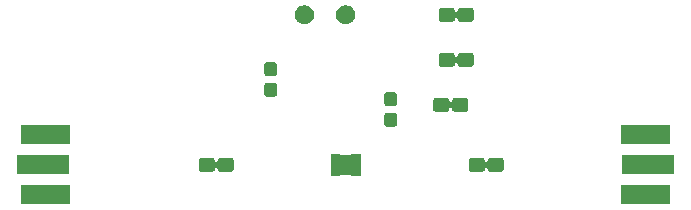
<source format=gbr>
G04 #@! TF.GenerationSoftware,KiCad,Pcbnew,5.1.2-f72e74a~84~ubuntu18.04.1*
G04 #@! TF.CreationDate,2019-07-08T14:46:27+02:00*
G04 #@! TF.ProjectId,lna_kicad,6c6e615f-6b69-4636-9164-2e6b69636164,rev?*
G04 #@! TF.SameCoordinates,Original*
G04 #@! TF.FileFunction,Soldermask,Top*
G04 #@! TF.FilePolarity,Negative*
%FSLAX46Y46*%
G04 Gerber Fmt 4.6, Leading zero omitted, Abs format (unit mm)*
G04 Created by KiCad (PCBNEW 5.1.2-f72e74a~84~ubuntu18.04.1) date 2019-07-08 14:46:27*
%MOMM*%
%LPD*%
G04 APERTURE LIST*
%ADD10C,0.100000*%
G04 APERTURE END LIST*
D10*
G36*
X162101000Y-120191000D02*
G01*
X157939000Y-120191000D01*
X157939000Y-118569000D01*
X162101000Y-118569000D01*
X162101000Y-120191000D01*
X162101000Y-120191000D01*
G37*
G36*
X111301000Y-120191000D02*
G01*
X107139000Y-120191000D01*
X107139000Y-118569000D01*
X111301000Y-118569000D01*
X111301000Y-120191000D01*
X111301000Y-120191000D01*
G37*
G36*
X134130515Y-115911836D02*
G01*
X134142066Y-115933447D01*
X134157611Y-115952389D01*
X134176553Y-115967934D01*
X134198164Y-115979485D01*
X134221613Y-115986598D01*
X134245999Y-115989000D01*
X134994001Y-115989000D01*
X135018387Y-115986598D01*
X135041836Y-115979485D01*
X135063447Y-115967934D01*
X135082389Y-115952389D01*
X135097934Y-115933447D01*
X135109485Y-115911836D01*
X135116412Y-115889000D01*
X135891000Y-115889000D01*
X135891000Y-117791000D01*
X135116412Y-117791000D01*
X135109485Y-117768164D01*
X135097934Y-117746553D01*
X135082389Y-117727611D01*
X135063447Y-117712066D01*
X135041836Y-117700515D01*
X135018387Y-117693402D01*
X134994001Y-117691000D01*
X134245999Y-117691000D01*
X134221613Y-117693402D01*
X134198164Y-117700515D01*
X134176553Y-117712066D01*
X134157611Y-117727611D01*
X134142066Y-117746553D01*
X134130515Y-117768164D01*
X134123588Y-117791000D01*
X133349000Y-117791000D01*
X133349000Y-115889000D01*
X134123588Y-115889000D01*
X134130515Y-115911836D01*
X134130515Y-115911836D01*
G37*
G36*
X162401000Y-117651000D02*
G01*
X157999000Y-117651000D01*
X157999000Y-116029000D01*
X162401000Y-116029000D01*
X162401000Y-117651000D01*
X162401000Y-117651000D01*
G37*
G36*
X111201000Y-117651000D02*
G01*
X106799000Y-117651000D01*
X106799000Y-116029000D01*
X111201000Y-116029000D01*
X111201000Y-117651000D01*
X111201000Y-117651000D01*
G37*
G36*
X123367811Y-116268605D02*
G01*
X123406867Y-116280453D01*
X123442862Y-116299693D01*
X123474414Y-116325586D01*
X123500307Y-116357138D01*
X123519547Y-116393133D01*
X123531395Y-116432189D01*
X123535603Y-116474918D01*
X123540383Y-116498951D01*
X123549761Y-116521590D01*
X123563374Y-116541964D01*
X123580701Y-116559291D01*
X123601076Y-116572905D01*
X123623715Y-116582283D01*
X123647748Y-116587063D01*
X123672252Y-116587063D01*
X123696285Y-116582283D01*
X123718924Y-116572905D01*
X123739298Y-116559292D01*
X123756625Y-116541965D01*
X123770239Y-116521590D01*
X123779617Y-116498951D01*
X123784397Y-116474918D01*
X123788605Y-116432189D01*
X123800453Y-116393133D01*
X123819693Y-116357138D01*
X123845586Y-116325586D01*
X123877138Y-116299693D01*
X123913133Y-116280453D01*
X123952189Y-116268605D01*
X123998949Y-116264000D01*
X124921051Y-116264000D01*
X124967811Y-116268605D01*
X125006867Y-116280453D01*
X125042862Y-116299693D01*
X125074414Y-116325586D01*
X125100307Y-116357138D01*
X125119547Y-116393133D01*
X125131395Y-116432189D01*
X125136000Y-116478949D01*
X125136000Y-117201051D01*
X125131395Y-117247811D01*
X125119547Y-117286867D01*
X125100307Y-117322862D01*
X125074414Y-117354414D01*
X125042862Y-117380307D01*
X125006867Y-117399547D01*
X124967811Y-117411395D01*
X124921051Y-117416000D01*
X123998949Y-117416000D01*
X123952189Y-117411395D01*
X123913133Y-117399547D01*
X123877138Y-117380307D01*
X123845586Y-117354414D01*
X123819693Y-117322862D01*
X123800453Y-117286867D01*
X123788605Y-117247811D01*
X123784397Y-117205082D01*
X123779617Y-117181049D01*
X123770239Y-117158410D01*
X123756626Y-117138036D01*
X123739299Y-117120709D01*
X123718924Y-117107095D01*
X123696285Y-117097717D01*
X123672252Y-117092937D01*
X123647748Y-117092937D01*
X123623715Y-117097717D01*
X123601076Y-117107095D01*
X123580702Y-117120708D01*
X123563375Y-117138035D01*
X123549761Y-117158410D01*
X123540383Y-117181049D01*
X123535603Y-117205082D01*
X123531395Y-117247811D01*
X123519547Y-117286867D01*
X123500307Y-117322862D01*
X123474414Y-117354414D01*
X123442862Y-117380307D01*
X123406867Y-117399547D01*
X123367811Y-117411395D01*
X123321051Y-117416000D01*
X122398949Y-117416000D01*
X122352189Y-117411395D01*
X122313133Y-117399547D01*
X122277138Y-117380307D01*
X122245586Y-117354414D01*
X122219693Y-117322862D01*
X122200453Y-117286867D01*
X122188605Y-117247811D01*
X122184000Y-117201051D01*
X122184000Y-116478949D01*
X122188605Y-116432189D01*
X122200453Y-116393133D01*
X122219693Y-116357138D01*
X122245586Y-116325586D01*
X122277138Y-116299693D01*
X122313133Y-116280453D01*
X122352189Y-116268605D01*
X122398949Y-116264000D01*
X123321051Y-116264000D01*
X123367811Y-116268605D01*
X123367811Y-116268605D01*
G37*
G36*
X146227811Y-116268605D02*
G01*
X146266867Y-116280453D01*
X146302862Y-116299693D01*
X146334414Y-116325586D01*
X146360307Y-116357138D01*
X146379547Y-116393133D01*
X146391395Y-116432189D01*
X146395603Y-116474918D01*
X146400383Y-116498951D01*
X146409761Y-116521590D01*
X146423374Y-116541964D01*
X146440701Y-116559291D01*
X146461076Y-116572905D01*
X146483715Y-116582283D01*
X146507748Y-116587063D01*
X146532252Y-116587063D01*
X146556285Y-116582283D01*
X146578924Y-116572905D01*
X146599298Y-116559292D01*
X146616625Y-116541965D01*
X146630239Y-116521590D01*
X146639617Y-116498951D01*
X146644397Y-116474918D01*
X146648605Y-116432189D01*
X146660453Y-116393133D01*
X146679693Y-116357138D01*
X146705586Y-116325586D01*
X146737138Y-116299693D01*
X146773133Y-116280453D01*
X146812189Y-116268605D01*
X146858949Y-116264000D01*
X147781051Y-116264000D01*
X147827811Y-116268605D01*
X147866867Y-116280453D01*
X147902862Y-116299693D01*
X147934414Y-116325586D01*
X147960307Y-116357138D01*
X147979547Y-116393133D01*
X147991395Y-116432189D01*
X147996000Y-116478949D01*
X147996000Y-117201051D01*
X147991395Y-117247811D01*
X147979547Y-117286867D01*
X147960307Y-117322862D01*
X147934414Y-117354414D01*
X147902862Y-117380307D01*
X147866867Y-117399547D01*
X147827811Y-117411395D01*
X147781051Y-117416000D01*
X146858949Y-117416000D01*
X146812189Y-117411395D01*
X146773133Y-117399547D01*
X146737138Y-117380307D01*
X146705586Y-117354414D01*
X146679693Y-117322862D01*
X146660453Y-117286867D01*
X146648605Y-117247811D01*
X146644397Y-117205082D01*
X146639617Y-117181049D01*
X146630239Y-117158410D01*
X146616626Y-117138036D01*
X146599299Y-117120709D01*
X146578924Y-117107095D01*
X146556285Y-117097717D01*
X146532252Y-117092937D01*
X146507748Y-117092937D01*
X146483715Y-117097717D01*
X146461076Y-117107095D01*
X146440702Y-117120708D01*
X146423375Y-117138035D01*
X146409761Y-117158410D01*
X146400383Y-117181049D01*
X146395603Y-117205082D01*
X146391395Y-117247811D01*
X146379547Y-117286867D01*
X146360307Y-117322862D01*
X146334414Y-117354414D01*
X146302862Y-117380307D01*
X146266867Y-117399547D01*
X146227811Y-117411395D01*
X146181051Y-117416000D01*
X145258949Y-117416000D01*
X145212189Y-117411395D01*
X145173133Y-117399547D01*
X145137138Y-117380307D01*
X145105586Y-117354414D01*
X145079693Y-117322862D01*
X145060453Y-117286867D01*
X145048605Y-117247811D01*
X145044000Y-117201051D01*
X145044000Y-116478949D01*
X145048605Y-116432189D01*
X145060453Y-116393133D01*
X145079693Y-116357138D01*
X145105586Y-116325586D01*
X145137138Y-116299693D01*
X145173133Y-116280453D01*
X145212189Y-116268605D01*
X145258949Y-116264000D01*
X146181051Y-116264000D01*
X146227811Y-116268605D01*
X146227811Y-116268605D01*
G37*
G36*
X162101000Y-115111000D02*
G01*
X157939000Y-115111000D01*
X157939000Y-113489000D01*
X162101000Y-113489000D01*
X162101000Y-115111000D01*
X162101000Y-115111000D01*
G37*
G36*
X111301000Y-115111000D02*
G01*
X107139000Y-115111000D01*
X107139000Y-113489000D01*
X111301000Y-113489000D01*
X111301000Y-115111000D01*
X111301000Y-115111000D01*
G37*
G36*
X138794499Y-112458445D02*
G01*
X138831995Y-112469820D01*
X138866554Y-112488292D01*
X138896847Y-112513153D01*
X138921708Y-112543446D01*
X138940180Y-112578005D01*
X138951555Y-112615501D01*
X138956000Y-112660638D01*
X138956000Y-113399362D01*
X138951555Y-113444499D01*
X138940180Y-113481995D01*
X138921708Y-113516554D01*
X138896847Y-113546847D01*
X138866554Y-113571708D01*
X138831995Y-113590180D01*
X138794499Y-113601555D01*
X138749362Y-113606000D01*
X138110638Y-113606000D01*
X138065501Y-113601555D01*
X138028005Y-113590180D01*
X137993446Y-113571708D01*
X137963153Y-113546847D01*
X137938292Y-113516554D01*
X137919820Y-113481995D01*
X137908445Y-113444499D01*
X137904000Y-113399362D01*
X137904000Y-112660638D01*
X137908445Y-112615501D01*
X137919820Y-112578005D01*
X137938292Y-112543446D01*
X137963153Y-112513153D01*
X137993446Y-112488292D01*
X138028005Y-112469820D01*
X138065501Y-112458445D01*
X138110638Y-112454000D01*
X138749362Y-112454000D01*
X138794499Y-112458445D01*
X138794499Y-112458445D01*
G37*
G36*
X143217811Y-111188605D02*
G01*
X143256867Y-111200453D01*
X143292862Y-111219693D01*
X143324414Y-111245586D01*
X143350307Y-111277138D01*
X143369547Y-111313133D01*
X143381395Y-111352189D01*
X143385603Y-111394918D01*
X143390383Y-111418951D01*
X143399761Y-111441590D01*
X143413374Y-111461964D01*
X143430701Y-111479291D01*
X143451076Y-111492905D01*
X143473715Y-111502283D01*
X143497748Y-111507063D01*
X143522252Y-111507063D01*
X143546285Y-111502283D01*
X143568924Y-111492905D01*
X143589298Y-111479292D01*
X143606625Y-111461965D01*
X143620239Y-111441590D01*
X143629617Y-111418951D01*
X143634397Y-111394918D01*
X143638605Y-111352189D01*
X143650453Y-111313133D01*
X143669693Y-111277138D01*
X143695586Y-111245586D01*
X143727138Y-111219693D01*
X143763133Y-111200453D01*
X143802189Y-111188605D01*
X143848949Y-111184000D01*
X144771051Y-111184000D01*
X144817811Y-111188605D01*
X144856867Y-111200453D01*
X144892862Y-111219693D01*
X144924414Y-111245586D01*
X144950307Y-111277138D01*
X144969547Y-111313133D01*
X144981395Y-111352189D01*
X144986000Y-111398949D01*
X144986000Y-112121051D01*
X144981395Y-112167811D01*
X144969547Y-112206867D01*
X144950307Y-112242862D01*
X144924414Y-112274414D01*
X144892862Y-112300307D01*
X144856867Y-112319547D01*
X144817811Y-112331395D01*
X144771051Y-112336000D01*
X143848949Y-112336000D01*
X143802189Y-112331395D01*
X143763133Y-112319547D01*
X143727138Y-112300307D01*
X143695586Y-112274414D01*
X143669693Y-112242862D01*
X143650453Y-112206867D01*
X143638605Y-112167811D01*
X143634397Y-112125082D01*
X143629617Y-112101049D01*
X143620239Y-112078410D01*
X143606626Y-112058036D01*
X143589299Y-112040709D01*
X143568924Y-112027095D01*
X143546285Y-112017717D01*
X143522252Y-112012937D01*
X143497748Y-112012937D01*
X143473715Y-112017717D01*
X143451076Y-112027095D01*
X143430702Y-112040708D01*
X143413375Y-112058035D01*
X143399761Y-112078410D01*
X143390383Y-112101049D01*
X143385603Y-112125082D01*
X143381395Y-112167811D01*
X143369547Y-112206867D01*
X143350307Y-112242862D01*
X143324414Y-112274414D01*
X143292862Y-112300307D01*
X143256867Y-112319547D01*
X143217811Y-112331395D01*
X143171051Y-112336000D01*
X142248949Y-112336000D01*
X142202189Y-112331395D01*
X142163133Y-112319547D01*
X142127138Y-112300307D01*
X142095586Y-112274414D01*
X142069693Y-112242862D01*
X142050453Y-112206867D01*
X142038605Y-112167811D01*
X142034000Y-112121051D01*
X142034000Y-111398949D01*
X142038605Y-111352189D01*
X142050453Y-111313133D01*
X142069693Y-111277138D01*
X142095586Y-111245586D01*
X142127138Y-111219693D01*
X142163133Y-111200453D01*
X142202189Y-111188605D01*
X142248949Y-111184000D01*
X143171051Y-111184000D01*
X143217811Y-111188605D01*
X143217811Y-111188605D01*
G37*
G36*
X138794499Y-110708445D02*
G01*
X138831995Y-110719820D01*
X138866554Y-110738292D01*
X138896847Y-110763153D01*
X138921708Y-110793446D01*
X138940180Y-110828005D01*
X138951555Y-110865501D01*
X138956000Y-110910638D01*
X138956000Y-111649362D01*
X138951555Y-111694499D01*
X138940180Y-111731995D01*
X138921708Y-111766554D01*
X138896847Y-111796847D01*
X138866554Y-111821708D01*
X138831995Y-111840180D01*
X138794499Y-111851555D01*
X138749362Y-111856000D01*
X138110638Y-111856000D01*
X138065501Y-111851555D01*
X138028005Y-111840180D01*
X137993446Y-111821708D01*
X137963153Y-111796847D01*
X137938292Y-111766554D01*
X137919820Y-111731995D01*
X137908445Y-111694499D01*
X137904000Y-111649362D01*
X137904000Y-110910638D01*
X137908445Y-110865501D01*
X137919820Y-110828005D01*
X137938292Y-110793446D01*
X137963153Y-110763153D01*
X137993446Y-110738292D01*
X138028005Y-110719820D01*
X138065501Y-110708445D01*
X138110638Y-110704000D01*
X138749362Y-110704000D01*
X138794499Y-110708445D01*
X138794499Y-110708445D01*
G37*
G36*
X128634499Y-109918445D02*
G01*
X128671995Y-109929820D01*
X128706554Y-109948292D01*
X128736847Y-109973153D01*
X128761708Y-110003446D01*
X128780180Y-110038005D01*
X128791555Y-110075501D01*
X128796000Y-110120638D01*
X128796000Y-110859362D01*
X128791555Y-110904499D01*
X128780180Y-110941995D01*
X128761708Y-110976554D01*
X128736847Y-111006847D01*
X128706554Y-111031708D01*
X128671995Y-111050180D01*
X128634499Y-111061555D01*
X128589362Y-111066000D01*
X127950638Y-111066000D01*
X127905501Y-111061555D01*
X127868005Y-111050180D01*
X127833446Y-111031708D01*
X127803153Y-111006847D01*
X127778292Y-110976554D01*
X127759820Y-110941995D01*
X127748445Y-110904499D01*
X127744000Y-110859362D01*
X127744000Y-110120638D01*
X127748445Y-110075501D01*
X127759820Y-110038005D01*
X127778292Y-110003446D01*
X127803153Y-109973153D01*
X127833446Y-109948292D01*
X127868005Y-109929820D01*
X127905501Y-109918445D01*
X127950638Y-109914000D01*
X128589362Y-109914000D01*
X128634499Y-109918445D01*
X128634499Y-109918445D01*
G37*
G36*
X128634499Y-108168445D02*
G01*
X128671995Y-108179820D01*
X128706554Y-108198292D01*
X128736847Y-108223153D01*
X128761708Y-108253446D01*
X128780180Y-108288005D01*
X128791555Y-108325501D01*
X128796000Y-108370638D01*
X128796000Y-109109362D01*
X128791555Y-109154499D01*
X128780180Y-109191995D01*
X128761708Y-109226554D01*
X128736847Y-109256847D01*
X128706554Y-109281708D01*
X128671995Y-109300180D01*
X128634499Y-109311555D01*
X128589362Y-109316000D01*
X127950638Y-109316000D01*
X127905501Y-109311555D01*
X127868005Y-109300180D01*
X127833446Y-109281708D01*
X127803153Y-109256847D01*
X127778292Y-109226554D01*
X127759820Y-109191995D01*
X127748445Y-109154499D01*
X127744000Y-109109362D01*
X127744000Y-108370638D01*
X127748445Y-108325501D01*
X127759820Y-108288005D01*
X127778292Y-108253446D01*
X127803153Y-108223153D01*
X127833446Y-108198292D01*
X127868005Y-108179820D01*
X127905501Y-108168445D01*
X127950638Y-108164000D01*
X128589362Y-108164000D01*
X128634499Y-108168445D01*
X128634499Y-108168445D01*
G37*
G36*
X143687811Y-107378605D02*
G01*
X143726867Y-107390453D01*
X143762862Y-107409693D01*
X143794414Y-107435586D01*
X143820307Y-107467138D01*
X143839547Y-107503133D01*
X143851395Y-107542189D01*
X143855603Y-107584918D01*
X143860383Y-107608951D01*
X143869761Y-107631590D01*
X143883374Y-107651964D01*
X143900701Y-107669291D01*
X143921076Y-107682905D01*
X143943715Y-107692283D01*
X143967748Y-107697063D01*
X143992252Y-107697063D01*
X144016285Y-107692283D01*
X144038924Y-107682905D01*
X144059298Y-107669292D01*
X144076625Y-107651965D01*
X144090239Y-107631590D01*
X144099617Y-107608951D01*
X144104397Y-107584918D01*
X144108605Y-107542189D01*
X144120453Y-107503133D01*
X144139693Y-107467138D01*
X144165586Y-107435586D01*
X144197138Y-107409693D01*
X144233133Y-107390453D01*
X144272189Y-107378605D01*
X144318949Y-107374000D01*
X145241051Y-107374000D01*
X145287811Y-107378605D01*
X145326867Y-107390453D01*
X145362862Y-107409693D01*
X145394414Y-107435586D01*
X145420307Y-107467138D01*
X145439547Y-107503133D01*
X145451395Y-107542189D01*
X145456000Y-107588949D01*
X145456000Y-108311051D01*
X145451395Y-108357811D01*
X145439547Y-108396867D01*
X145420307Y-108432862D01*
X145394414Y-108464414D01*
X145362862Y-108490307D01*
X145326867Y-108509547D01*
X145287811Y-108521395D01*
X145241051Y-108526000D01*
X144318949Y-108526000D01*
X144272189Y-108521395D01*
X144233133Y-108509547D01*
X144197138Y-108490307D01*
X144165586Y-108464414D01*
X144139693Y-108432862D01*
X144120453Y-108396867D01*
X144108605Y-108357811D01*
X144104397Y-108315082D01*
X144099617Y-108291049D01*
X144090239Y-108268410D01*
X144076626Y-108248036D01*
X144059299Y-108230709D01*
X144038924Y-108217095D01*
X144016285Y-108207717D01*
X143992252Y-108202937D01*
X143967748Y-108202937D01*
X143943715Y-108207717D01*
X143921076Y-108217095D01*
X143900702Y-108230708D01*
X143883375Y-108248035D01*
X143869761Y-108268410D01*
X143860383Y-108291049D01*
X143855603Y-108315082D01*
X143851395Y-108357811D01*
X143839547Y-108396867D01*
X143820307Y-108432862D01*
X143794414Y-108464414D01*
X143762862Y-108490307D01*
X143726867Y-108509547D01*
X143687811Y-108521395D01*
X143641051Y-108526000D01*
X142718949Y-108526000D01*
X142672189Y-108521395D01*
X142633133Y-108509547D01*
X142597138Y-108490307D01*
X142565586Y-108464414D01*
X142539693Y-108432862D01*
X142520453Y-108396867D01*
X142508605Y-108357811D01*
X142504000Y-108311051D01*
X142504000Y-107588949D01*
X142508605Y-107542189D01*
X142520453Y-107503133D01*
X142539693Y-107467138D01*
X142565586Y-107435586D01*
X142597138Y-107409693D01*
X142633133Y-107390453D01*
X142672189Y-107378605D01*
X142718949Y-107374000D01*
X143641051Y-107374000D01*
X143687811Y-107378605D01*
X143687811Y-107378605D01*
G37*
G36*
X131357142Y-103358242D02*
G01*
X131505101Y-103419529D01*
X131638255Y-103508499D01*
X131751501Y-103621745D01*
X131840471Y-103754899D01*
X131901758Y-103902858D01*
X131933000Y-104059925D01*
X131933000Y-104220075D01*
X131901758Y-104377142D01*
X131840471Y-104525101D01*
X131751501Y-104658255D01*
X131638255Y-104771501D01*
X131505101Y-104860471D01*
X131357142Y-104921758D01*
X131200075Y-104953000D01*
X131039925Y-104953000D01*
X130882858Y-104921758D01*
X130734899Y-104860471D01*
X130601745Y-104771501D01*
X130488499Y-104658255D01*
X130399529Y-104525101D01*
X130338242Y-104377142D01*
X130307000Y-104220075D01*
X130307000Y-104059925D01*
X130338242Y-103902858D01*
X130399529Y-103754899D01*
X130488499Y-103621745D01*
X130601745Y-103508499D01*
X130734899Y-103419529D01*
X130882858Y-103358242D01*
X131039925Y-103327000D01*
X131200075Y-103327000D01*
X131357142Y-103358242D01*
X131357142Y-103358242D01*
G37*
G36*
X134857142Y-103358242D02*
G01*
X135005101Y-103419529D01*
X135138255Y-103508499D01*
X135251501Y-103621745D01*
X135340471Y-103754899D01*
X135401758Y-103902858D01*
X135433000Y-104059925D01*
X135433000Y-104220075D01*
X135401758Y-104377142D01*
X135340471Y-104525101D01*
X135251501Y-104658255D01*
X135138255Y-104771501D01*
X135005101Y-104860471D01*
X134857142Y-104921758D01*
X134700075Y-104953000D01*
X134539925Y-104953000D01*
X134382858Y-104921758D01*
X134234899Y-104860471D01*
X134101745Y-104771501D01*
X133988499Y-104658255D01*
X133899529Y-104525101D01*
X133838242Y-104377142D01*
X133807000Y-104220075D01*
X133807000Y-104059925D01*
X133838242Y-103902858D01*
X133899529Y-103754899D01*
X133988499Y-103621745D01*
X134101745Y-103508499D01*
X134234899Y-103419529D01*
X134382858Y-103358242D01*
X134539925Y-103327000D01*
X134700075Y-103327000D01*
X134857142Y-103358242D01*
X134857142Y-103358242D01*
G37*
G36*
X143687811Y-103568605D02*
G01*
X143726867Y-103580453D01*
X143762862Y-103599693D01*
X143794414Y-103625586D01*
X143820307Y-103657138D01*
X143839547Y-103693133D01*
X143851395Y-103732189D01*
X143855603Y-103774918D01*
X143860383Y-103798951D01*
X143869761Y-103821590D01*
X143883374Y-103841964D01*
X143900701Y-103859291D01*
X143921076Y-103872905D01*
X143943715Y-103882283D01*
X143967748Y-103887063D01*
X143992252Y-103887063D01*
X144016285Y-103882283D01*
X144038924Y-103872905D01*
X144059298Y-103859292D01*
X144076625Y-103841965D01*
X144090239Y-103821590D01*
X144099617Y-103798951D01*
X144104397Y-103774918D01*
X144108605Y-103732189D01*
X144120453Y-103693133D01*
X144139693Y-103657138D01*
X144165586Y-103625586D01*
X144197138Y-103599693D01*
X144233133Y-103580453D01*
X144272189Y-103568605D01*
X144318949Y-103564000D01*
X145241051Y-103564000D01*
X145287811Y-103568605D01*
X145326867Y-103580453D01*
X145362862Y-103599693D01*
X145394414Y-103625586D01*
X145420307Y-103657138D01*
X145439547Y-103693133D01*
X145451395Y-103732189D01*
X145456000Y-103778949D01*
X145456000Y-104501051D01*
X145451395Y-104547811D01*
X145439547Y-104586867D01*
X145420307Y-104622862D01*
X145394414Y-104654414D01*
X145362862Y-104680307D01*
X145326867Y-104699547D01*
X145287811Y-104711395D01*
X145241051Y-104716000D01*
X144318949Y-104716000D01*
X144272189Y-104711395D01*
X144233133Y-104699547D01*
X144197138Y-104680307D01*
X144165586Y-104654414D01*
X144139693Y-104622862D01*
X144120453Y-104586867D01*
X144108605Y-104547811D01*
X144104397Y-104505082D01*
X144099617Y-104481049D01*
X144090239Y-104458410D01*
X144076626Y-104438036D01*
X144059299Y-104420709D01*
X144038924Y-104407095D01*
X144016285Y-104397717D01*
X143992252Y-104392937D01*
X143967748Y-104392937D01*
X143943715Y-104397717D01*
X143921076Y-104407095D01*
X143900702Y-104420708D01*
X143883375Y-104438035D01*
X143869761Y-104458410D01*
X143860383Y-104481049D01*
X143855603Y-104505082D01*
X143851395Y-104547811D01*
X143839547Y-104586867D01*
X143820307Y-104622862D01*
X143794414Y-104654414D01*
X143762862Y-104680307D01*
X143726867Y-104699547D01*
X143687811Y-104711395D01*
X143641051Y-104716000D01*
X142718949Y-104716000D01*
X142672189Y-104711395D01*
X142633133Y-104699547D01*
X142597138Y-104680307D01*
X142565586Y-104654414D01*
X142539693Y-104622862D01*
X142520453Y-104586867D01*
X142508605Y-104547811D01*
X142504000Y-104501051D01*
X142504000Y-103778949D01*
X142508605Y-103732189D01*
X142520453Y-103693133D01*
X142539693Y-103657138D01*
X142565586Y-103625586D01*
X142597138Y-103599693D01*
X142633133Y-103580453D01*
X142672189Y-103568605D01*
X142718949Y-103564000D01*
X143641051Y-103564000D01*
X143687811Y-103568605D01*
X143687811Y-103568605D01*
G37*
M02*

</source>
